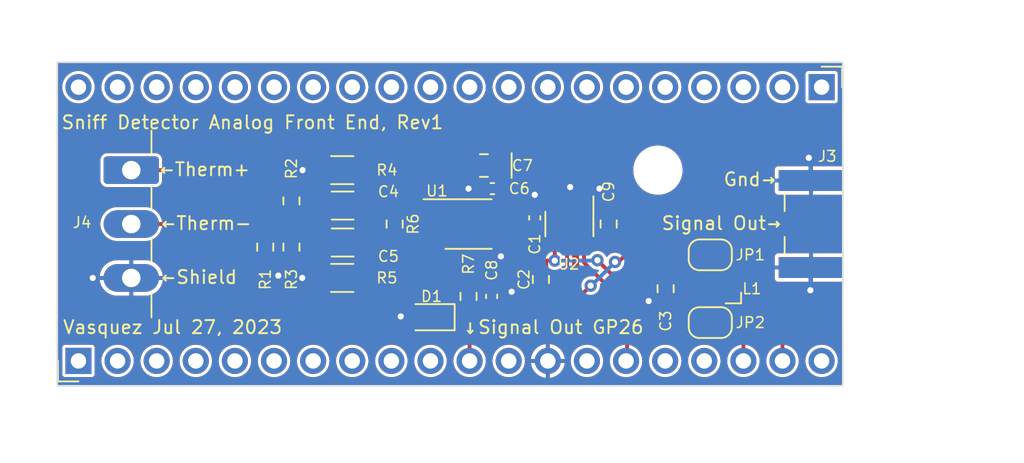
<source format=kicad_pcb>
(kicad_pcb (version 20211014) (generator pcbnew)
  (layers (0 "F.Cu" signal) (31 "B.Cu" signal) (34 "B.Paste" user) (35 "F.Paste" user) (36 "B.SilkS" user "B.Silkscreen") (37 "F.SilkS" user "F.Silkscreen") (38 "B.Mask" user) (39 "F.Mask" user) (44 "Edge.Cuts" user))
  (net 0 "")
  (net 1 "GNDA")
  (net 2 "+5V")
  (net 3 "Net-(C4-Pad1)")
  (net 4 "Net-(C4-Pad2)")
  (net 5 "Net-(C5-Pad1)")
  (net 6 "Net-(C5-Pad2)")
  (net 7 "/VSIG")
  (net 10 "GND")
  (net 35 "AVREF")
  (net 38 "+5VP")
  (net 40 "Net-(R6-Pad1)")
  (net 41 "Net-(R6-Pad2)")
  (net 42 "Net-(R7-Pad1)")
  (net 43 "/+1V65")
  (footprint "Capacitor_SMD:C_1206_3216Metric" (layer "F.Cu") (at 141.025 91.7)
    (fp_text reference "C4" (at 2.975 -0.9) (layer "F.SilkS") (effects (font (size 0.7 0.7) (thickness 0.1))))
    (fp_text value "0.1uF" hide)
    (fp_line (start -0.711252 0.91) (end 0.711252 0.91) (layer "F.SilkS") (width 0.12))
    (fp_line (start -0.711252 -0.91) (end 0.711252 -0.91) (layer "F.SilkS") (width 0.12))
    (pad "1" smd roundrect (at -1.475 0) (size 1.15 1.8) (layers "F.Cu" "F.Paste" "F.Mask") (roundrect_rratio 0.2173913043) (net 3 "Net-(C4-Pad1)"))
    (pad "2" smd roundrect (at 1.475 0) (size 1.15 1.8) (layers "F.Cu" "F.Paste" "F.Mask") (roundrect_rratio 0.2173913043) (net 4 "Net-(C4-Pad2)"))
  )
  (footprint "Resistor_SMD:R_0603_1608Metric" (layer "F.Cu") (at 137.7 91.4 -90)
    (fp_text reference "R2" (at -2.1 0 90) (layer "F.SilkS") (effects (font (size 0.7 0.7) (thickness 0.1))))
    (fp_text value "22K" hide)
    (fp_line (start -0.237258 -0.5225) (end 0.237258 -0.5225) (layer "F.SilkS") (width 0.12))
    (fp_line (start -0.237258 0.5225) (end 0.237258 0.5225) (layer "F.SilkS") (width 0.12))
    (pad "1" smd roundrect (at -0.825 0 270) (size 0.8 0.95) (layers "F.Cu" "F.Paste" "F.Mask") (net 35 "AVREF"))
    (pad "2" smd roundrect (at 0.825 0 270) (size 0.8 0.95) (layers "F.Cu" "F.Paste" "F.Mask") (net 5 "Net-(C5-Pad1)"))
  )
  (footprint "Capacitor_SMD:C_0805_2012Metric_Pad1.18x1.45mm_HandSolder" (layer "F.Cu") (at 150.2 89.1 180)
    (fp_text reference "C7" (at -2.5 0 180) (layer "F.SilkS") (effects (font (size 0.7 0.7) (thickness 0.1))))
    (fp_text value "10uF" hide)
    (fp_line (start -0.261252 0.735) (end 0.261252 0.735) (layer "F.SilkS") (width 0.12))
    (fp_line (start -0.261252 -0.735) (end 0.261252 -0.735) (layer "F.SilkS") (width 0.12))
    (fp_line (start -1.8 0.8) (end -1.8 -0.8) (layer "F.SilkS") (width 0.12))
    (pad "1" smd roundrect (at -1.0375 0 180) (size 1.175 1.45) (layers "F.Cu" "F.Paste" "F.Mask") (roundrect_rratio 0.2127659574) (net 2 "+5V"))
    (pad "2" smd roundrect (at 1.0375 0 180) (size 1.175 1.45) (layers "F.Cu" "F.Paste" "F.Mask") (roundrect_rratio 0.2127659574) (net 1 "GNDA"))
  )
  (footprint "Resistor_SMD:R_0603_1608Metric" (layer "F.Cu") (at 137.7 94.4 -90)
    (fp_text reference "R3" (at 2.1 0 90) (layer "F.SilkS") (effects (font (size 0.7 0.7) (thickness 0.1))))
    (fp_text value "22K" hide)
    (fp_line (start -0.237258 -0.5225) (end 0.237258 -0.5225) (layer "F.SilkS") (width 0.12))
    (fp_line (start -0.237258 0.5225) (end 0.237258 0.5225) (layer "F.SilkS") (width 0.12))
    (pad "1" smd roundrect (at -0.825 0 270) (size 0.8 0.95) (layers "F.Cu" "F.Paste" "F.Mask") (net 5 "Net-(C5-Pad1)"))
    (pad "2" smd roundrect (at 0.825 0 270) (size 0.8 0.95) (layers "F.Cu" "F.Paste" "F.Mask") (net 1 "GNDA"))
  )
  (footprint "Resistor_SMD:R_0603_1608Metric" (layer "F.Cu") (at 158.3 92.9 90)
    (fp_text reference "C9" (at 2.1 0 90) (layer "F.SilkS") (effects (font (size 0.7 0.7) (thickness 0.1))))
    (fp_text value "10uF" hide)
    (fp_line (start -0.237258 0.5225) (end 0.237258 0.5225) (layer "F.SilkS") (width 0.12))
    (fp_line (start -0.237258 -0.5225) (end 0.237258 -0.5225) (layer "F.SilkS") (width 0.12))
    (pad "1" smd roundrect (at -0.825 0 90) (size 0.8 0.95) (layers "F.Cu" "F.Paste" "F.Mask") (net 35 "AVREF"))
    (pad "2" smd roundrect (at 0.825 0 90) (size 0.8 0.95) (layers "F.Cu" "F.Paste" "F.Mask") (net 1 "GNDA"))
  )
  (footprint "Resistor_SMD:R_0603_1608Metric" (layer "F.Cu") (at 144.4 92.9 -90)
    (fp_text reference "R6" (at 0 -1.2 90) (layer "F.SilkS") (effects (font (size 0.7 0.7) (thickness 0.1))))
    (fp_text value "470" hide)
    (fp_line (start -0.237258 -0.5225) (end 0.237258 -0.5225) (layer "F.SilkS") (width 0.12))
    (fp_line (start -0.237258 0.5225) (end 0.237258 0.5225) (layer "F.SilkS") (width 0.12))
    (pad "1" smd roundrect (at -0.825 0 270) (size 0.8 0.95) (layers "F.Cu" "F.Paste" "F.Mask") (net 40 "Net-(R6-Pad1)"))
    (pad "2" smd roundrect (at 0.825 0 270) (size 0.8 0.95) (layers "F.Cu" "F.Paste" "F.Mask") (net 41 "Net-(R6-Pad2)"))
  )
  (footprint "Capacitor_SMD:C_1206_3216Metric" (layer "F.Cu") (at 141.025 94.1)
    (fp_text reference "C5" (at 2.975 0.9) (layer "F.SilkS") (effects (font (size 0.7 0.7) (thickness 0.1))))
    (fp_text value "0.1uF" hide)
    (fp_line (start -0.711252 0.91) (end 0.711252 0.91) (layer "F.SilkS") (width 0.12))
    (fp_line (start -0.711252 -0.91) (end 0.711252 -0.91) (layer "F.SilkS") (width 0.12))
    (pad "1" smd roundrect (at -1.475 0) (size 1.15 1.8) (layers "F.Cu" "F.Paste" "F.Mask") (roundrect_rratio 0.2173913043) (net 5 "Net-(C5-Pad1)"))
    (pad "2" smd roundrect (at 1.475 0) (size 1.15 1.8) (layers "F.Cu" "F.Paste" "F.Mask") (roundrect_rratio 0.2173913043) (net 6 "Net-(C5-Pad2)"))
  )
  (footprint "Jumper:SolderJumper-2_P1.3mm_Open_RoundedPad1.0x1.5mm" (layer "F.Cu") (at 164.9 94.9 180)
    (fp_text reference "JP1" (at -2.6 0) (layer "F.SilkS") (effects (font (size 0.7 0.7) (thickness 0.1))))
    (fp_text value "Jumper_2_Open" hide)
    (fp_line (start 0.7 1) (end -0.7 1) (layer "F.SilkS") (width 0.12))
    (fp_line (start -1.4 0.3) (end -1.4 -0.3) (layer "F.SilkS") (width 0.12))
    (fp_line (start 1.4 -0.3) (end 1.4 0.3) (layer "F.SilkS") (width 0.12))
    (fp_line (start -0.7 -1) (end 0.7 -1) (layer "F.SilkS") (width 0.12))
    (fp_arc (start -0.7 1) (mid -1.194975 0.794975) (end -1.4 0.3) (layer "F.SilkS") (width 0.12))
    (fp_arc (start 1.4 0.3) (mid 1.194975 0.794975) (end 0.7 1) (layer "F.SilkS") (width 0.12))
    (fp_arc (start 0.7 -1) (mid 1.194975 -0.794975) (end 1.4 -0.3) (layer "F.SilkS") (width 0.12))
    (fp_arc (start -1.4 -0.3) (mid -1.194975 -0.794975) (end -0.7 -1) (layer "F.SilkS") (width 0.12))
    (pad "1" smd custom (at -0.65 0 180) (size 1 0.5) (layers "F.Cu" "F.Mask") (net 38 "+5VP") (options (clearance outline) (anchor rect)) (primitives (gr_circle (center 0 0.25) (end 0.5 0.25) (width 0) (fill yes)) (gr_circle (center 0 -0.25) (end 0.5 -0.25) (width 0) (fill yes)) (gr_poly (pts (xy 0.5 0.75) (xy 0 0.75) (xy 0 -0.75) (xy 0.5 -0.75)) (width 0) (fill yes))))
    (pad "2" smd custom (at 0.65 0 180) (size 1 0.5) (layers "F.Cu" "F.Mask") (net 2 "+5V") (options (clearance outline) (anchor rect)) (primitives (gr_circle (center 0 0.25) (end 0.5 0.25) (width 0) (fill yes)) (gr_circle (center 0 -0.25) (end 0.5 -0.25) (width 0) (fill yes)) (gr_poly (pts (xy 0 0.75) (xy -0.5 0.75) (xy -0.5 -0.75) (xy 0 -0.75)) (width 0) (fill yes))))
  )
  (footprint "Resistor_SMD:R_0603_1608Metric" (layer "F.Cu") (at 149.2 97.6 -90)
    (fp_text reference "R7" (at -2.1 0 -90) (layer "F.SilkS") (effects (font (size 0.7 0.7) (thickness 0.1))))
    (fp_text value "1K58" hide)
    (fp_line (start -0.237258 0.5225) (end 0.237258 0.5225) (layer "F.SilkS") (width 0.12))
    (fp_line (start -0.237258 -0.5225) (end 0.237258 -0.5225) (layer "F.SilkS") (width 0.12))
    (pad "1" smd roundrect (at -0.825 0 270) (size 0.8 0.95) (layers "F.Cu" "F.Paste" "F.Mask") (net 42 "Net-(R7-Pad1)"))
    (pad "2" smd roundrect (at 0.825 0 270) (size 0.8 0.95) (layers "F.Cu" "F.Paste" "F.Mask") (net 7 "/VSIG"))
  )
  (footprint "Capacitor_SMD:C_0402_1005Metric_Pad0.74x0.62mm_HandSolder" (layer "F.Cu") (at 150.7 97.6 90)
    (fp_text reference "C8" (at 1.7 0 90) (layer "F.SilkS") (effects (font (size 0.7 0.7) (thickness 0.1))))
    (fp_text value "1uF" hide)
    (fp_line (start -0.115835 -0.36) (end 0.115835 -0.36) (layer "F.SilkS") (width 0.12))
    (fp_line (start -0.115835 0.36) (end 0.115835 0.36) (layer "F.SilkS") (width 0.12))
    (pad "1" smd roundrect (at -0.5675 0 90) (size 0.735 0.62) (layers "F.Cu" "F.Paste" "F.Mask") (net 7 "/VSIG"))
    (pad "2" smd roundrect (at 0.5675 0 90) (size 0.735 0.62) (layers "F.Cu" "F.Paste" "F.Mask") (net 1 "GNDA"))
  )
  (footprint "Resistor_SMD:R_0603_1608Metric" (layer "F.Cu") (at 136 94.4 -90)
    (fp_text reference "R1" (at 2.1 0 90) (layer "F.SilkS") (effects (font (size 0.7 0.7) (thickness 0.1))))
    (fp_text value "22K" hide)
    (fp_line (start -0.237258 0.5225) (end 0.237258 0.5225) (layer "F.SilkS") (width 0.12))
    (fp_line (start -0.237258 -0.5225) (end 0.237258 -0.5225) (layer "F.SilkS") (width 0.12))
    (pad "1" smd roundrect (at -0.825 0 270) (size 0.8 0.95) (layers "F.Cu" "F.Paste" "F.Mask") (net 3 "Net-(C4-Pad1)"))
    (pad "2" smd roundrect (at 0.825 0 270) (size 0.8 0.95) (layers "F.Cu" "F.Paste" "F.Mask") (net 1 "GNDA"))
  )
  (footprint "Package_TO_SOT_SMD:SOT-23-5" (layer "F.Cu") (at 155.75 92.9 -90)
    (fp_text reference "U2" (at 2.6 0.05 180) (layer "F.SilkS") (effects (font (size 0.7 0.7) (thickness 0.1))))
    (fp_text value "REF2033" hide)
    (fp_line (start 0 1.56) (end 0.8 1.56) (layer "F.SilkS") (width 0.12))
    (fp_line (start 0 1.56) (end -0.8 1.56) (layer "F.SilkS") (width 0.12))
    (fp_line (start 0 -1.56) (end -1.8 -1.56) (layer "F.SilkS") (width 0.12))
    (fp_line (start 0 -1.56) (end 0.8 -1.56) (layer "F.SilkS") (width 0.12))
    (pad "1" smd roundrect (at -1.1375 -0.95 270) (size 1.325 0.6) (layers "F.Cu" "F.Paste" "F.Mask") (net 43 "/+1V65"))
    (pad "2" smd roundrect (at -1.1375 0 270) (size 1.325 0.6) (layers "F.Cu" "F.Paste" "F.Mask") (net 1 "GNDA"))
    (pad "3" smd roundrect (at -1.1375 0.95 270) (size 1.325 0.6) (layers "F.Cu" "F.Paste" "F.Mask") (net 2 "+5V"))
    (pad "4" smd roundrect (at 1.1375 0.95 270) (size 1.325 0.6) (layers "F.Cu" "F.Paste" "F.Mask") (net 2 "+5V"))
    (pad "5" smd roundrect (at 1.1375 -0.95 270) (size 1.325 0.6) (layers "F.Cu" "F.Paste" "F.Mask") (net 35 "AVREF"))
  )
  (footprint "MountingHole:MountingHole_2.7mm" (layer "F.Cu") (at 161.5 89.4)
    (fp_text reference "H1" hide)
    (fp_text value "MountingHole" hide)
    (pad "" np_thru_hole circle (at 0 0) (size 2.7 2.7) (drill 2.7) (layers *.Cu *.Mask))
  )
  (footprint "machine_agency_components:L_CommonModeChoke_TDKCorporation_1210" (layer "F.Cu") (at 164.9 97.1 180)
    (fp_text reference "L1" (at -2.7 0 unlocked) (layer "F.SilkS") (effects (font (size 0.7 0.7) (thickness 0.1))))
    (fp_text value "L_Coupled_1423" hide)
    (fp_rect (start -1 -0.95) (end -2 -0.95) (layer "F.SilkS") (width 0.12) (fill none))
    (fp_rect (start -2 -0.95) (end -2 -0.25) (layer "F.SilkS") (width 0.12) (fill none))
    (pad "1" smd roundrect (at -1.4 -0.575 180) (size 0.9 0.4) (layers "F.Cu" "F.Paste" "F.Mask") (net 10 "GND"))
    (pad "2" smd roundrect (at -1.4 0.575 180) (size 0.9 0.4) (layers "F.Cu" "F.Paste" "F.Mask") (net 38 "+5VP"))
    (pad "3" smd roundrect (at 1.4 0.575 180) (size 0.9 0.4) (layers "F.Cu" "F.Paste" "F.Mask") (net 2 "+5V"))
    (pad "4" smd roundrect (at 1.4 -0.575 180) (size 0.9 0.4) (layers "F.Cu" "F.Paste" "F.Mask") (net 1 "GNDA"))
  )
  (footprint "Capacitor_SMD:C_0402_1005Metric_Pad0.74x0.62mm_HandSolder" (layer "F.Cu") (at 153.5 92.5 -90)
    (fp_text reference "C1" (at 1.7 0 90) (layer "F.SilkS") (effects (font (size 0.7 0.7) (thickness 0.1))))
    (fp_text value "0.1uF" hide)
    (fp_line (start -0.115835 0.36) (end 0.115835 0.36) (layer "F.SilkS") (width 0.12))
    (fp_line (start -0.115835 -0.36) (end 0.115835 -0.36) (layer "F.SilkS") (width 0.12))
    (pad "1" smd roundrect (at -0.5675 0 270) (size 0.735 0.62) (layers "F.Cu" "F.Paste" "F.Mask") (net 1 "GNDA"))
    (pad "2" smd roundrect (at 0.5675 0 270) (size 0.735 0.62) (layers "F.Cu" "F.Paste" "F.Mask") (net 2 "+5V"))
  )
  (footprint "Connector_PinHeader_2.54mm:PinHeader_1x20_P2.54mm_Vertical" (layer "F.Cu") (at 172.13 84.01 -90)
    (fp_text reference "J1" hide)
    (fp_text value "Conn_01x20_Female" hide)
    (fp_line (start -1.33 0) (end -1.33 -1.33) (layer "F.SilkS") (width 0.12))
    (fp_line (start -1.33 -1.33) (end 0 -1.33) (layer "F.SilkS") (width 0.12))
    (pad "1" thru_hole rect (at 0 0 270) (size 1.7 1.7) (drill 1) (layers *.Cu *.Mask))
    (pad "2" thru_hole oval (at 0 2.54 270) (size 1.7 1.7) (drill 1) (layers *.Cu *.Mask))
    (pad "3" thru_hole oval (at 0 5.08 270) (size 1.7 1.7) (drill 1) (layers *.Cu *.Mask))
    (pad "4" thru_hole oval (at 0 7.62 270) (size 1.7 1.7) (drill 1) (layers *.Cu *.Mask))
    (pad "5" thru_hole oval (at 0 10.16 270) (size 1.7 1.7) (drill 1) (layers *.Cu *.Mask))
    (pad "6" thru_hole oval (at 0 12.7 270) (size 1.7 1.7) (drill 1) (layers *.Cu *.Mask))
    (pad "7" thru_hole oval (at 0 15.24 270) (size 1.7 1.7) (drill 1) (layers *.Cu *.Mask))
    (pad "8" thru_hole oval (at 0 17.78 270) (size 1.7 1.7) (drill 1) (layers *.Cu *.Mask))
    (pad "9" thru_hole oval (at 0 20.32 270) (size 1.7 1.7) (drill 1) (layers *.Cu *.Mask))
    (pad "10" thru_hole oval (at 0 22.86 270) (size 1.7 1.7) (drill 1) (layers *.Cu *.Mask))
    (pad "11" thru_hole oval (at 0 25.4 270) (size 1.7 1.7) (drill 1) (layers *.Cu *.Mask))
    (pad "12" thru_hole oval (at 0 27.94 270) (size 1.7 1.7) (drill 1) (layers *.Cu *.Mask))
    (pad "13" thru_hole oval (at 0 30.48 270) (size 1.7 1.7) (drill 1) (layers *.Cu *.Mask))
    (pad "14" thru_hole oval (at 0 33.02 270) (size 1.7 1.7) (drill 1) (layers *.Cu *.Mask))
    (pad "15" thru_hole oval (at 0 35.56 270) (size 1.7 1.7) (drill 1) (layers *.Cu *.Mask))
    (pad "16" thru_hole oval (at 0 38.1 270) (size 1.7 1.7) (drill 1) (layers *.Cu *.Mask))
    (pad "17" thru_hole oval (at 0 40.64 270) (size 1.7 1.7) (drill 1) (layers *.Cu *.Mask))
    (pad "18" thru_hole oval (at 0 43.18 270) (size 1.7 1.7) (drill 1) (layers *.Cu *.Mask))
    (pad "19" thru_hole oval (at 0 45.72 270) (size 1.7 1.7) (drill 1) (layers *.Cu *.Mask))
    (pad "20" thru_hole oval (at 0 48.26 270) (size 1.7 1.7) (drill 1) (layers *.Cu *.Mask))
  )
  (footprint "Capacitor_SMD:C_0402_1005Metric_Pad0.74x0.62mm_HandSolder" (layer "F.Cu") (at 150.75 90.6 180)
    (fp_text reference "C6" (at -1.75 0) (layer "F.SilkS") (effects (font (size 0.7 0.7) (thickness 0.1))))
    (fp_text value "0.1uF" hide)
    (fp_line (start -0.115835 -0.36) (end 0.115835 -0.36) (layer "F.SilkS") (width 0.12))
    (fp_line (start -0.115835 0.36) (end 0.115835 0.36) (layer "F.SilkS") (width 0.12))
    (pad "1" smd roundrect (at -0.5675 0 180) (size 0.735 0.62) (layers "F.Cu" "F.Paste" "F.Mask") (net 2 "+5V"))
    (pad "2" smd roundrect (at 0.5675 0 180) (size 0.735 0.62) (layers "F.Cu" "F.Paste" "F.Mask") (net 1 "GNDA"))
  )
  (footprint "Connector_Phoenix_MC:PhoenixContact_MC_1,5_3-G-3.5_1x03_P3.50mm_Horizontal" (layer "F.Cu") (at 127.3 89.4 -90)
    (fp_text reference "J4" (at 3.4 3.2 180) (layer "F.SilkS") (effects (font (size 0.7 0.7) (thickness 0.1))))
    (fp_text value "Conn_01x03_Female" hide)
    (fp_line (start 4.55 -1.31) (end 5.95 -1.31) (layer "F.SilkS") (width 0.12))
    (fp_line (start -2.56 -1.31) (end -1.05 -1.31) (layer "F.SilkS") (width 0.12))
    (fp_line (start 1.05 -1.31) (end 2.45 -1.31) (layer "F.SilkS") (width 0.12))
    (fp_line (start 9.56 -1.31) (end 8.05 -1.31) (layer "F.SilkS") (width 0.12))
    (pad "1" thru_hole roundrect (at 0 0 270) (size 1.8 3.6) (drill 1.2) (layers *.Cu *.Mask) (roundrect_rratio 0.1388888889) (net 35 "AVREF"))
    (pad "2" thru_hole oval (at 3.5 0 270) (size 1.8 3.6) (drill 1.2) (layers *.Cu *.Mask) (net 3 "Net-(C4-Pad1)"))
    (pad "3" thru_hole oval (at 7 0 270) (size 1.8 3.6) (drill 1.2) (layers *.Cu *.Mask) (net 1 "GNDA"))
  )
  (footprint "Resistor_SMD:R_1206_3216Metric" (layer "F.Cu") (at 141 89.4 180)
    (fp_text reference "R4" (at -2.9 0) (layer "F.SilkS") (effects (font (size 0.7 0.7) (thickness 0.1))))
    (fp_text value "15M" hide)
    (fp_line (start -0.727064 0.91) (end 0.727064 0.91) (layer "F.SilkS") (width 0.12))
    (fp_line (start -0.727064 -0.91) (end 0.727064 -0.91) (layer "F.SilkS") (width 0.12))
    (pad "1" smd roundrect (at -1.4625 0 180) (size 1.125 1.75) (layers "F.Cu" "F.Paste" "F.Mask") (roundrect_rratio 0.2222222222) (net 4 "Net-(C4-Pad2)"))
    (pad "2" smd roundrect (at 1.4625 0 180) (size 1.125 1.75) (layers "F.Cu" "F.Paste" "F.Mask") (roundrect_rratio 0.2222222222) (net 1 "GNDA"))
  )
  (footprint "Resistor_SMD:R_0603_1608Metric" (layer "F.Cu") (at 153.9 96.5 -90)
    (fp_text reference "C2" (at 0 1.1 90) (layer "F.SilkS") (effects (font (size 0.7 0.7) (thickness 0.1))))
    (fp_text value "10uF" hide)
    (fp_line (start -0.237258 -0.5225) (end 0.237258 -0.5225) (layer "F.SilkS") (width 0.12))
    (fp_line (start -0.237258 0.5225) (end 0.237258 0.5225) (layer "F.SilkS") (width 0.12))
    (pad "1" smd roundrect (at -0.825 0 270) (size 0.8 0.95) (layers "F.Cu" "F.Paste" "F.Mask") (net 2 "+5V"))
    (pad "2" smd roundrect (at 0.825 0 270) (size 0.8 0.95) (layers "F.Cu" "F.Paste" "F.Mask") (net 1 "GNDA"))
  )
  (footprint "Connector_PinHeader_2.54mm:PinHeader_1x20_P2.54mm_Vertical" (layer "F.Cu") (at 123.87 101.79 90)
    (fp_text reference "J2" hide)
    (fp_text value "Conn_01x20_Female" hide)
    (fp_line (start -1.33 0) (end -1.33 -1.33) (layer "F.SilkS") (width 0.12))
    (fp_line (start -1.33 -1.33) (end 0 -1.33) (layer "F.SilkS") (width 0.12))
    (pad "1" thru_hole rect (at 0 0 90) (size 1.7 1.7) (drill 1) (layers *.Cu *.Mask))
    (pad "2" thru_hole oval (at 0 2.54 90) (size 1.7 1.7) (drill 1) (layers *.Cu *.Mask))
    (pad "3" thru_hole oval (at 0 5.08 90) (size 1.7 1.7) (drill 1) (layers *.Cu *.Mask))
    (pad "4" thru_hole oval (at 0 7.62 90) (size 1.7 1.7) (drill 1) (layers *.Cu *.Mask))
    (pad "5" thru_hole oval (at 0 10.16 90) (size 1.7 1.7) (drill 1) (layers *.Cu *.Mask))
    (pad "6" thru_hole oval (at 0 12.7 90) (size 1.7 1.7) (drill 1) (layers *.Cu *.Mask))
    (pad "7" thru_hole oval (at 0 15.24 90) (size 1.7 1.7) (drill 1) (layers *.Cu *.Mask))
    (pad "8" thru_hole oval (at 0 17.78 90) (size 1.7 1.7) (drill 1) (layers *.Cu *.Mask))
    (pad "9" thru_hole oval (at 0 20.32 90) (size 1.7 1.7) (drill 1) (layers *.Cu *.Mask))
    (pad "10" thru_hole oval (at 0 22.86 90) (size 1.7 1.7) (drill 1) (layers *.Cu *.Mask))
    (pad "11" thru_hole oval (at 0 25.4 90) (size 1.7 1.7) (drill 1) (layers *.Cu *.Mask) (net 7 "/VSIG"))
    (pad "12" thru_hole oval (at 0 27.94 90) (size 1.7 1.7) (drill 1) (layers *.Cu *.Mask))
    (pad "13" thru_hole oval (at 0 30.48 90) (size 1.7 1.7) (drill 1) (layers *.Cu *.Mask) (net 1 "GNDA"))
    (pad "14" thru_hole oval (at 0 33.02 90) (size 1.7 1.7) (drill 1) (layers *.Cu *.Mask))
    (pad "15" thru_hole oval (at 0 35.56 90) (size 1.7 1.7) (drill 1) (layers *.Cu *.Mask) (net 35 "AVREF"))
    (pad "16" thru_hole oval (at 0 38.1 90) (size 1.7 1.7) (drill 1) (layers *.Cu *.Mask))
    (pad "17" thru_hole oval (at 0 40.64 90) (size 1.7 1.7) (drill 1) (layers *.Cu *.Mask))
    (pad "18" thru_hole oval (at 0 43.18 90) (size 1.7 1.7) (drill 1) (layers *.Cu *.Mask) (net 10 "GND"))
    (pad "19" thru_hole oval (at 0 45.72 90) (size 1.7 1.7) (drill 1) (layers *.Cu *.Mask) (net 38 "+5VP"))
    (pad "20" thru_hole oval (at 0 48.26 90) (size 1.7 1.7) (drill 1) (layers *.Cu *.Mask))
  )
  (footprint "Resistor_SMD:R_0603_1608Metric" (layer "F.Cu") (at 162 97.1 -90)
    (fp_text reference "C3" (at 2.1 0 90) (layer "F.SilkS") (effects (font (size 0.7 0.7) (thickness 0.1))))
    (fp_text value "10uF" hide)
    (fp_line (start -0.237258 0.5225) (end 0.237258 0.5225) (layer "F.SilkS") (width 0.12))
    (fp_line (start -0.237258 -0.5225) (end 0.237258 -0.5225) (layer "F.SilkS") (width 0.12))
    (pad "1" smd roundrect (at -0.825 0 270) (size 0.8 0.95) (layers "F.Cu" "F.Paste" "F.Mask") (net 2 "+5V"))
    (pad "2" smd roundrect (at 0.825 0 270) (size 0.8 0.95) (layers "F.Cu" "F.Paste" "F.Mask") (net 1 "GNDA"))
  )
  (footprint "Package_SO:MSOP-8_3x3mm_P0.65mm" (layer "F.Cu") (at 149.2 92.9)
    (fp_text reference "U1" (at -2.05 -2.15) (layer "F.SilkS") (effects (font (size 0.7 0.7) (thickness 0.1))))
    (fp_text value "AD8226" hide)
    (fp_line (start 0 1.61) (end 1.5 1.61) (layer "F.SilkS") (width 0.12))
    (fp_line (start 0 -1.61) (end -2.925 -1.61) (layer "F.SilkS") (width 0.12))
    (fp_line (start 0 1.61) (end -1.5 1.61) (layer "F.SilkS") (width 0.12))
    (fp_line (start 0 -1.61) (end 1.5 -1.61) (layer "F.SilkS") (width 0.12))
    (pad "1" smd roundrect (at -2.1125 -0.975) (size 1.625 0.4) (layers "F.Cu" "F.Paste" "F.Mask") (net 4 "Net-(C4-Pad2)"))
    (pad "2" smd roundrect (at -2.1125 -0.325) (size 1.625 0.4) (layers "F.Cu" "F.Paste" "F.Mask") (net 40 "Net-(R6-Pad1)"))
    (pad "3" smd roundrect (at -2.1125 0.325) (size 1.625 0.4) (layers "F.Cu" "F.Paste" "F.Mask") (net 41 "Net-(R6-Pad2)"))
    (pad "4" smd roundrect (at -2.1125 0.975) (size 1.625 0.4) (layers "F.Cu" "F.Paste" "F.Mask") (net 6 "Net-(C5-Pad2)"))
    (pad "5" smd roundrect (at 2.1125 0.975) (size 1.625 0.4) (layers "F.Cu" "F.Paste" "F.Mask") (net 1 "GNDA"))
    (pad "6" smd roundrect (at 2.1125 0.325) (size 1.625 0.4) (layers "F.Cu" "F.Paste" "F.Mask") (net 43 "/+1V65"))
    (pad "7" smd roundrect (at 2.1125 -0.325) (size 1.625 0.4) (layers "F.Cu" "F.Paste" "F.Mask") (net 42 "Net-(R7-Pad1)"))
    (pad "8" smd roundrect (at 2.1125 -0.975) (size 1.625 0.4) (layers "F.Cu" "F.Paste" "F.Mask") (net 2 "+5V"))
  )
  (footprint "Jumper:SolderJumper-2_P1.3mm_Open_RoundedPad1.0x1.5mm" (layer "F.Cu") (at 164.9 99.3 180)
    (fp_text reference "JP2" (at -2.6 0) (layer "F.SilkS") (effects (font (size 0.7 0.7) (thickness 0.1))))
    (fp_text value "Jumper_2_Open" hide)
    (fp_line (start -0.7 -1) (end 0.7 -1) (layer "F.SilkS") (width 0.12))
    (fp_line (start 1.4 -0.3) (end 1.4 0.3) (layer "F.SilkS") (width 0.12))
    (fp_line (start 0.7 1) (end -0.7 1) (layer "F.SilkS") (width 0.12))
    (fp_line (start -1.4 0.3) (end -1.4 -0.3) (layer "F.SilkS") (width 0.12))
    (fp_arc (start 0.7 -1) (mid 1.194975 -0.794975) (end 1.4 -0.3) (layer "F.SilkS") (width 0.12))
    (fp_arc (start -1.4 -0.3) (mid -1.194975 -0.794975) (end -0.7 -1) (layer "F.SilkS") (width 0.12))
    (fp_arc (start -0.7 1) (mid -1.194975 0.794975) (end -1.4 0.3) (layer "F.SilkS") (width 0.12))
    (fp_arc (start 1.4 0.3) (mid 1.194975 0.794975) (end 0.7 1) (layer "F.SilkS") (width 0.12))
    (pad "1" smd custom (at -0.65 0 180) (size 1 0.5) (layers "F.Cu" "F.Mask") (net 10 "GND") (options (clearance outline) (anchor rect)) (primitives (gr_circle (center 0 0.25) (end 0.5 0.25) (width 0) (fill yes)) (gr_circle (center 0 -0.25) (end 0.5 -0.25) (width 0) (fill yes)) (gr_poly (pts (xy 0.5 0.75) (xy 0 0.75) (xy 0 -0.75) (xy 0.5 -0.75)) (width 0) (fill yes))))
    (pad "2" smd custom (at 0.65 0 180) (size 1 0.5) (layers "F.Cu" "F.Mask") (net 1 "GNDA") (options (clearance outline) (anchor rect)) (primitives (gr_circle (center 0 0.25) (end 0.5 0.25) (width 0) (fill yes)) (gr_circle (center 0 -0.25) (end 0.5 -0.25) (width 0) (fill yes)) (gr_poly (pts (xy 0 0.75) (xy -0.5 0.75) (xy -0.5 -0.75) (xy 0 -0.75)) (width 0) (fill yes))))
  )
  (footprint "Resistor_SMD:R_1206_3216Metric" (layer "F.Cu") (at 141 96.4 180)
    (fp_text reference "R5" (at -2.9 0) (layer "F.SilkS") (effects (font (size 0.7 0.7) (thickness 0.1))))
    (fp_text value "15M" hide)
    (fp_line (start -0.727064 0.91) (end 0.727064 0.91) (layer "F.SilkS") (width 0.12))
    (fp_line (start -0.727064 -0.91) (end 0.727064 -0.91) (layer "F.SilkS") (width 0.12))
    (pad "1" smd roundrect (at -1.4625 0 180) (size 1.125 1.75) (layers "F.Cu" "F.Paste" "F.Mask") (roundrect_rratio 0.2222222222) (net 6 "Net-(C5-Pad2)"))
    (pad "2" smd roundrect (at 1.4625 0 180) (size 1.125 1.75) (layers "F.Cu" "F.Paste" "F.Mask") (roundrect_rratio 0.2222222222) (net 1 "GNDA"))
  )
  (footprint "Connector_Coaxial:SMA_Samtec_SMA-J-P-X-ST-EM1_EdgeMount" (layer "F.Cu") (at 171.4375 92.9 90)
    (fp_text reference "J3" (at 4.4 1.0625 180) (layer "F.SilkS") (effects (font (size 0.7 0.7) (thickness 0.1))))
    (fp_text value "Conn_Coaxial")
    (fp_line (start -1.95 -1.71) (end -0.84 -1.71) (layer "F.SilkS") (width 0.12))
    (fp_line (start 0.84 -1.71) (end 1.95 -1.71) (layer "F.SilkS") (width 0.12))
    (pad "1" smd rect (at 0 0.2 90) (size 1.27 3.6) (layers "F.Cu" "F.Paste" "F.Mask") (net 7 "/VSIG"))
    (pad "2" smd rect (at 2.825 0 90) (size 1.35 4.2) (layers "F.Cu" "F.Paste" "F.Mask") (net 1 "GNDA"))
    (pad "2" smd rect (at -2.825 0 90) (size 1.35 4.2) (layers "B.Cu" "B.Paste" "B.Mask") (net 1 "GNDA"))
    (pad "2" smd rect (at -2.825 0 90) (size 1.35 4.2) (layers "F.Cu" "F.Paste" "F.Mask") (net 1 "GNDA"))
    (pad "2" smd rect (at 2.825 0 90) (size 1.35 4.2) (layers "B.Cu" "B.Paste" "B.Mask") (net 1 "GNDA"))
  )
  (footprint "Diode_SMD:D_SOD-323" (layer "F.Cu") (at 146.8 98.95 180)
    (fp_text reference "D1" (at 0 1.35) (layer "F.SilkS") (effects (font (size 0.7 0.7) (thickness 0.1))))
    (fp_text value "D_Zener" hide)
    (fp_line (start -1.5 -0.85) (end -1.5 0.85) (layer "F.SilkS") (width 0.12))
    (fp_line (start -1.5 0.85) (end 1.05 0.85) (layer "F.SilkS") (width 0.12))
    (fp_line (start -1.5 -0.85) (end 1.05 -0.85) (layer "F.SilkS") (width 0.12))
    (pad "1" smd rect (at -1.05 0 180) (size 0.6 0.45) (layers "F.Cu" "F.Paste" "F.Mask") (net 7 "/VSIG"))
    (pad "2" smd rect (at 1.05 0 180) (size 0.6 0.45) (layers "F.Cu" "F.Paste" "F.Mask") (net 1 "GNDA"))
  )
  (gr_rect (start 122.5 103.4) (end 173.5 82.4) (layer "Edge.Cuts") (width 0.1) (fill none))
  (gr_text "Gnd→" (at 169.3 90) (layer "F.SilkS") (effects (font (size 0.85 0.85) (thickness 0.125)) (justify right)))
  (gr_text "←Therm+" (at 129 89.35) (layer "F.SilkS") (effects (font (size 0.85 0.85) (thickness 0.125)) (justify left)))
  (gr_text "←Therm-" (at 129.1 92.85) (layer "F.SilkS") (effects (font (size 0.85 0.85) (thickness 0.125)) (justify left)))
  (gr_text "Sniff Detector Analog Front End, Rev1" (at 122.7 86.3) (layer "F.SilkS") (effects (font (size 0.85 0.85) (thickness 0.125)) (justify left)))
  (gr_text "↓Signal Out GP26" (at 148.7 99.6) (layer "F.SilkS") (effects (font (size 0.85 0.85) (thickness 0.125)) (justify left)))
  (gr_text "Vasquez Jul 27, 2023" (at 122.8 99.6) (layer "F.SilkS") (effects (font (size 0.85 0.85) (thickness 0.125)) (justify left)))
  (gr_text "←Shield" (at 129.1 96.35) (layer "F.SilkS") (effects (font (size 0.85 0.85) (thickness 0.125)) (justify left)))
  (gr_text "Signal Out→" (at 169.65 92.85) (layer "F.SilkS") (effects (font (size 0.85 0.85) (thickness 0.125)) (justify right)))
  (segment (start 171.4375 97.1625) (end 171.4375 95.725) (width 0.25) (layer "F.Cu") (net 1))
  (segment (start 136.825 95.225) (end 137.7 95.225) (width 0.25) (layer "F.Cu") (net 1))
  (segment (start 158.3 91.2) (end 158.3 92.075) (width 0.25) (layer "F.Cu") (net 1))
  (segment (start 171.4375 88.7375) (end 171.3 88.6) (width 0.25) (layer "F.Cu") (net 1))
  (segment (start 157.7 90.6) (end 158.3 91.2) (width 0.25) (layer "F.Cu") (net 1))
  (segment (start 162.25 97.675) (end 162 97.925) (width 0.25) (layer "F.Cu") (net 1))
  (segment (start 139.5375 89.4) (end 138.4245 89.4) (width 0.25) (layer "F.Cu") (net 1))
  (segment (start 144.85 98.95) (end 144.8 98.9) (width 0.25) (layer "F.Cu") (net 1))
  (segment (start 139.5375 96.4) (end 138.4 96.4) (width 0.25) (layer "F.Cu") (net 1))
  (segment (start 164.25 99.3) (end 164.25 98.425) (width 0.25) (layer "F.Cu") (net 1))
  (segment (start 149.2 90.6) (end 150.1825 90.6) (width 0.25) (layer "F.Cu") (net 1))
  (segment (start 155.8 90.5) (end 155.75 90.55) (width 0.25) (layer "F.Cu") (net 1))
  (segment (start 160.9 97.9) (end 161.975 97.9) (width 0.25) (layer "F.Cu") (net 1))
  (segment (start 151.3 95) (end 151.3125 94.9875) (width 0.25) (layer "F.Cu") (net 1))
  (segment (start 152 97.3) (end 151.7325 97.0325) (width 0.25) (layer "F.Cu") (net 1))
  (segment (start 151.7325 97.0325) (end 150.7 97.0325) (width 0.25) (layer "F.Cu") (net 1))
  (segment (start 171.4 97.2) (end 171.4375 97.1625) (width 0.25) (layer "F.Cu") (net 1))
  (segment (start 153.5 91) (end 153.5 91.9325) (width 0.25) (layer "F.Cu") (net 1))
  (segment (start 145.75 98.95) (end 144.85 98.95) (width 0.25) (layer "F.Cu") (net 1))
  (segment (start 136.825 95.225) (end 136.85 95.25) (width 0.25) (layer "F.Cu") (net 1))
  (segment (start 171.4375 90.075) (end 171.4375 88.7375) (width 0.25) (layer "F.Cu") (net 1))
  (segment (start 155.75 90.55) (end 155.75 91.7625) (width 0.25) (layer "F.Cu") (net 1))
  (segment (start 136.85 95.25) (end 136.85 96.25) (width 0.25) (layer "F.Cu") (net 1))
  (segment (start 152.025 97.325) (end 153.9 97.325) (width 0.25) (layer "F.Cu") (net 1))
  (segment (start 163.5 97.675) (end 162.25 97.675) (width 0.25) (layer "F.Cu") (net 1))
  (segment (start 164.25 98.425) (end 163.5 97.675) (width 0.25) (layer "F.Cu") (net 1))
  (segment (start 136 95.225) (end 136.825 95.225) (width 0.25) (layer "F.Cu") (net 1))
  (segment (start 149.1625 90.5625) (end 149.2 90.6) (width 0.25) (layer "F.Cu") (net 1))
  (segment (start 127.3 96.4) (end 124.8 96.4) (width 0.25) (layer "F.Cu") (net 1))
  (segment (start 161.975 97.9) (end 162 97.925) (width 0.25) (layer "F.Cu") (net 1))
  (segment (start 152 97.3) (end 152.025 97.325) (width 0.25) (layer "F.Cu") (net 1))
  (segment (start 151.3125 94.9875) (end 151.3125 93.875) (width 0.25) (layer "F.Cu") (net 1))
  (segment (start 149.1625 89.1) (end 149.1625 90.5625) (width 0.25) (layer "F.Cu") (net 1))
  (via (at 157.7 90.6) (size 0.8) (drill 0.4) (layers "F.Cu" "B.Cu") (net 1))
  (via (at 138.4245 89.4) (size 0.8) (drill 0.4) (layers "F.Cu" "B.Cu") (net 1))
  (via (at 171.4 97.2) (size 0.8) (drill 0.4) (layers "F.Cu" "B.Cu") (net 1))
  (via (at 124.8 96.4) (size 0.8) (drill 0.4) (layers "F.Cu" "B.Cu") (net 1))
  (via (at 136.85 96.25) (size 0.8) (drill 0.4) (layers "F.Cu" "B.Cu") (net 1))
  (via (at 149.2 90.6) (size 0.8) (drill 0.4) (layers "F.Cu" "B.Cu") (net 1))
  (via (at 144.8 98.9) (size 0.8) (drill 0.4) (layers "F.Cu" "B.Cu") (net 1))
  (via (at 171.3 88.6) (size 0.8) (drill 0.4) (layers "F.Cu" "B.Cu") (net 1))
  (via (at 153.5 91) (size 0.8) (drill 0.4) (layers "F.Cu" "B.Cu") (net 1))
  (via (at 160.9 97.9) (size 0.8) (drill 0.4) (layers "F.Cu" "B.Cu") (net 1))
  (via (at 151.3 95) (size 0.8) (drill 0.4) (layers "F.Cu" "B.Cu") (net 1))
  (via (at 138.4 96.4) (size 0.8) (drill 0.4) (layers "F.Cu" "B.Cu") (net 1))
  (via (at 152 97.3) (size 0.8) (drill 0.4) (layers "F.Cu" "B.Cu") (net 1))
  (via (at 155.8 90.5) (size 0.8) (drill 0.4) (layers "F.Cu" "B.Cu") (net 1))
  (segment (start 171.4 90.0375) (end 171.4375 90.075) (width 0.25) (layer "B.Cu") (net 1))
  (segment (start 171.3 88.6) (end 171.4 88.7) (width 0.25) (layer "B.Cu") (net 1))
  (segment (start 171.4 97.2) (end 171.4 95.7625) (width 0.25) (layer "B.Cu") (net 1))
  (segment (start 171.4 95.7625) (end 171.4375 95.725) (width 0.25) (layer "B.Cu") (net 1))
  (segment (start 171.4 88.7) (end 171.4 90.0375) (width 0.25) (layer "B.Cu") (net 1))
  (segment (start 152.7 92.9) (end 152.7 92.2) (width 0.25) (layer "F.Cu") (net 2))
  (segment (start 151.3175 91.92) (end 151.3125 91.925) (width 0.25) (layer "F.Cu") (net 2))
  (segment (start 163.5 96.525) (end 162.25 96.525) (width 0.25) (layer "F.Cu") (net 2))
  (segment (start 164.25 95.775) (end 163.5 96.525) (width 0.25) (layer "F.Cu") (net 2))
  (segment (start 162 96.275) (end 161.775 96.5) (width 0.25) (layer "F.Cu") (net 2))
  (segment (start 153.5 93.0675) (end 152.8675 93.0675) (width 0.25) (layer "F.Cu") (net 2))
  (segment (start 154.8 91.7625) (end 154.8 94.0375) (width 0.25) (layer "F.Cu") (net 2))
  (segment (start 152.7 92.2) (end 152.425 91.925) (width 0.25) (layer "F.Cu") (net 2))
  (segment (start 152.425 91.925) (end 151.3125 91.925) (width 0.25) (layer "F.Cu") (net 2))
  (segment (start 153.5 93.0675) (end 154.0675 93.0675) (width 0.25) (layer "F.Cu") (net 2))
  (segment (start 162.25 96.525) (end 162 96.275) (width 0.25) (layer "F.Cu") (net 2))
  (segment (start 154.8 95.2755) (end 154.2995 95.2755) (width 0.25) (layer "F.Cu") (net 2))
  (segment (start 158.824598 96.5) (end 157.574549 95.249951) (width 0.25) (layer "F.Cu") (net 2))
  (segment (start 151.3 89.1625) (end 151.3 90.5825) (width 0.25) (layer "F.Cu") (net 2))
  (segment (start 151.3175 90.6) (end 151.3175 91.92) (width 0.25) (layer "F.Cu") (net 2))
  (segment (start 164.25 94.9) (end 164.25 95.775) (width 0.25) (layer "F.Cu") (net 2))
  (segment (start 161.775 96.5) (end 158.824598 96.5) (width 0.25) (layer "F.Cu") (net 2))
  (segment (start 152.8675 93.0675) (end 152.7 92.9) (width 0.25) (layer "F.Cu") (net 2))
  (segment (start 154.8 95.2755) (end 154.8 94.0375) (width 0.25) (layer "F.Cu") (net 2))
  (segment (start 151.2375 89.1) (end 151.3 89.1625) (width 0.25) (layer "F.Cu") (net 2))
  (segment (start 154.8 93.8) (end 154.8 94.0375) (width 0.25) (layer "F.Cu") (net 2))
  (segment (start 154.0675 93.0675) (end 154.8 93.8) (width 0.25) (layer "F.Cu") (net 2))
  (segment (start 154.2995 95.2755) (end 153.9 95.675) (width 0.25) (layer "F.Cu") (net 2))
  (segment (start 151.3 90.5825) (end 151.3175 90.6) (width 0.25) (layer "F.Cu") (net 2))
  (via (at 157.574549 95.249951) (size 0.8) (drill 0.4) (layers "F.Cu" "B.Cu") (net 2))
  (via (at 154.8 95.2755) (size 0.8) (drill 0.4) (layers "F.Cu" "B.Cu") (net 2))
  (segment (start 157.549 95.2755) (end 157.574549 95.249951) (width 0.25) (layer "B.Cu") (net 2))
  (segment (start 154.8 95.2755) (end 157.549 95.2755) (width 0.25) (layer "B.Cu") (net 2))
  (segment (start 136.9 91.4) (end 139.25 91.4) (width 0.25) (layer "F.Cu") (net 3))
  (segment (start 136 93.575) (end 136 92.3) (width 0.25) (layer "F.Cu") (net 3))
  (segment (start 135.325 92.9) (end 127.3 92.9) (width 0.25) (layer "F.Cu") (net 3))
  (segment (start 136 92.3) (end 136.9 91.4) (width 0.25) (layer "F.Cu") (net 3))
  (segment (start 136 93.575) (end 135.325 92.9) (width 0.25) (layer "F.Cu") (net 3))
  (segment (start 139.25 91.4) (end 139.55 91.7) (width 0.25) (layer "F.Cu") (net 3))
  (segment (start 142.5 91.7) (end 142.84952 91.35048) (width 0.25) (layer "F.Cu") (net 4))
  (segment (start 142.5 91.7) (end 142.5 89.4375) (width 0.25) (layer "F.Cu") (net 4))
  (segment (start 142.5 89.4375) (end 142.4625 89.4) (width 0.25) (layer "F.Cu") (net 4))
  (segment (start 142.84952 91.35048) (end 146.51298 91.35048) (width 0.25) (layer "F.Cu") (net 4))
  (segment (start 146.51298 91.35048) (end 147.0875 91.925) (width 0.25) (layer "F.Cu") (net 4))
  (segment (start 139.55 94.1) (end 138.225 94.1) (width 0.25) (layer "F.Cu") (net 5))
  (segment (start 137.7 93.575) (end 137.7 92.225) (width 0.25) (layer "F.Cu") (net 5))
  (segment (start 138.225 94.1) (end 137.7 93.575) (width 0.25) (layer "F.Cu") (net 5))
  (segment (start 142.5 94.1) (end 142.5 96.3625) (width 0.25) (layer "F.Cu") (net 6))
  (segment (start 146.51298 94.44952) (end 147.0875 93.875) (width 0.25) (layer "F.Cu") (net 6))
  (segment (start 142.5 96.3625) (end 142.4625 96.4) (width 0.25) (layer "F.Cu") (net 6))
  (segment (start 142.5 94.1) (end 142.84952 94.44952) (width 0.25) (layer "F.Cu") (net 6))
  (segment (start 142.84952 94.44952) (end 146.51298 94.44952) (width 0.25) (layer "F.Cu") (net 6))
  (segment (start 157.131551 96.9) (end 155.864051 98.1675) (width 0.25) (layer "F.Cu") (net 7))
  (segment (start 148.675 98.95) (end 149.2 98.425) (width 0.25) (layer "F.Cu") (net 7))
  (segment (start 158.712348 95.363152) (end 158.936848 95.363152) (width 0.25) (layer "F.Cu") (net 7))
  (segment (start 149.2 98.425) (end 149.325 98.3) (width 0.25) (layer "F.Cu") (net 7))
  (segment (start 149.325 98.3) (end 150.5675 98.3) (width 0.25) (layer "F.Cu") (net 7))
  (segment (start 149.20048 98.42452) (end 149.2 98.425) (width 0.25) (layer "F.Cu") (net 7))
  (segment (start 158.936848 95.363152) (end 161.4 92.9) (width 0.25) (layer "F.Cu") (net 7))
  (segment (start 149.27 98.495) (end 149.27 101.79) (width 0.25) (layer "F.Cu") (net 7))
  (segment (start 147.85 98.95) (end 148.675 98.95) (width 0.25) (layer "F.Cu") (net 7))
  (segment (start 155.864051 98.1675) (end 150.7 98.1675) (width 0.25) (layer "F.Cu") (net 7))
  (segment (start 161.4 92.9) (end 171.6375 92.9) (width 0.25) (layer "F.Cu") (net 7))
  (segment (start 150.5675 98.3) (end 150.7 98.1675) (width 0.25) (layer "F.Cu") (net 7))
  (segment (start 149.2 98.425) (end 149.27 98.495) (width 0.25) (layer "F.Cu") (net 7))
  (via (at 158.712348 95.363152) (size 0.8) (drill 0.4) (layers "F.Cu" "B.Cu") (net 7))
  (via (at 157.131551 96.9) (size 0.8) (drill 0.4) (layers "F.Cu" "B.Cu") (net 7))
  (segment (start 157.131551 96.9) (end 157.1755 96.9) (width 0.25) (layer "B.Cu") (net 7))
  (segment (start 157.1755 96.9) (end 158.712348 95.363152) (width 0.25) (layer "B.Cu") (net 7))
  (segment (start 165.55 99.3) (end 165.55 98.425) (width 0.25) (layer "F.Cu") (net 10))
  (segment (start 167.05 98.425) (end 167.05 101.79) (width 0.25) (layer "F.Cu") (net 10))
  (segment (start 165.55 98.425) (end 166.3 97.675) (width 0.25) (layer "F.Cu") (net 10))
  (segment (start 166.3 97.675) (end 167.05 98.425) (width 0.25) (layer "F.Cu") (net 10))
  (segment (start 137.7 88.9) (end 137.7 90.575) (width 0.25) (layer "F.Cu") (net 35))
  (segment (start 156.7 94.0375) (end 156.7 95.4) (width 0.25) (layer "F.Cu") (net 35))
  (segment (start 138.7 87.9) (end 137.7 88.9) (width 0.25) (layer "F.Cu") (net 35))
  (segment (start 158.3 93.725) (end 157.0125 93.725) (width 0.25) (layer "F.Cu") (net 35))
  (segment (start 159.5 98.2) (end 159.5 101.72) (width 0.25) (layer "F.Cu") (net 35))
  (segment (start 159.5 101.72) (end 159.43 101.79) (width 0.25) (layer "F.Cu") (net 35))
  (segment (start 158.775 93.725) (end 159.3 93.2) (width 0.25) (layer "F.Cu") (net 35))
  (segment (start 159.3 93.2) (end 159.3 88.6) (width 0.25) (layer "F.Cu") (net 35))
  (segment (start 158.3 93.725) (end 158.775 93.725) (width 0.25) (layer "F.Cu") (net 35))
  (segment (start 159.3 88.6) (end 158.6 87.9) (width 0.25) (layer "F.Cu") (net 35))
  (segment (start 156.7 95.4) (end 159.5 98.2) (width 0.25) (layer "F.Cu") (net 35))
  (segment (start 136.525 89.4) (end 137.7 90.575) (width 0.25) (layer "F.Cu") (net 35))
  (segment (start 127.3 89.4) (end 136.525 89.4) (width 0.25) (layer "F.Cu") (net 35))
  (segment (start 157.0125 93.725) (end 156.7 94.0375) (width 0.25) (layer "F.Cu") (net 35))
  (segment (start 158.6 87.9) (end 138.7 87.9) (width 0.25) (layer "F.Cu") (net 35))
  (segment (start 165.55 95.775) (end 166.3 96.525) (width 0.25) (layer "F.Cu") (net 38))
  (segment (start 166.3 96.525) (end 167.625 96.525) (width 0.25) (layer "F.Cu") (net 38))
  (segment (start 165.55 94.9) (end 165.55 95.775) (width 0.25) (layer "F.Cu") (net 38))
  (segment (start 167.625 96.525) (end 169.59 98.49) (width 0.25) (layer "F.Cu") (net 38))
  (segment (start 169.59 98.49) (end 169.59 101.79) (width 0.25) (layer "F.Cu") (net 38))
  (segment (start 144.4 92.075) (end 144.9 92.575) (width 0.25) (layer "F.Cu") (net 40))
  (segment (start 144.9 92.575) (end 147.0875 92.575) (width 0.25) (layer "F.Cu") (net 40))
  (segment (start 147.0875 93.225) (end 144.9 93.225) (width 0.25) (layer "F.Cu") (net 41))
  (segment (start 144.9 93.225) (end 144.4 93.725) (width 0.25) (layer "F.Cu") (net 41))
  (segment (start 149.2 96.775) (end 149.2 93.6) (width 0.25) (layer "F.Cu") (net 42))
  (segment (start 149.2 93.6) (end 150.225 92.575) (width 0.25) (layer "F.Cu") (net 42))
  (segment (start 150.225 92.575) (end 151.3125 92.575) (width 0.25) (layer "F.Cu") (net 42))
  (segment (start 155.6 95.95) (end 155.6 93.246072) (width 0.25) (layer "F.Cu") (net 43))
  (segment (start 153.3 96.5) (end 155.05 96.5) (width 0.25) (layer "F.Cu") (net 43))
  (segment (start 152.7 95.9) (end 153.3 96.5) (width 0.25) (layer "F.Cu") (net 43))
  (segment (start 155.6 93.246072) (end 156.7 92.146072) (width 0.25) (layer "F.Cu") (net 43))
  (segment (start 152.325 93.225) (end 152.7 93.6) (width 0.25) (layer "F.Cu") (net 43))
  (segment (start 152.7 93.6) (end 152.7 95.9) (width 0.25) (layer "F.Cu") (net 43))
  (segment (start 155.05 96.5) (end 155.6 95.95) (width 0.25) (layer "F.Cu") (net 43))
  (segment (start 151.3125 93.225) (end 152.325 93.225) (width 0.25) (layer "F.Cu") (net 43))
  (segment (start 156.7 92.146072) (end 156.7 91.7625) (width 0.25) (layer "F.Cu") (net 43))
  (zone (net 1) (net_name "GNDA") (layers F&B.Cu) (connect_pads (clearance 0)) (min_thickness 0.127) (fill yes (thermal_gap 0.254) (thermal_bridge_width 0.254))
    (polygon (pts (xy 173.5 103.4) (xy 122.5 103.4) (xy 122.5 82.4) (xy 173.5 82.4)))
  )
)
</source>
